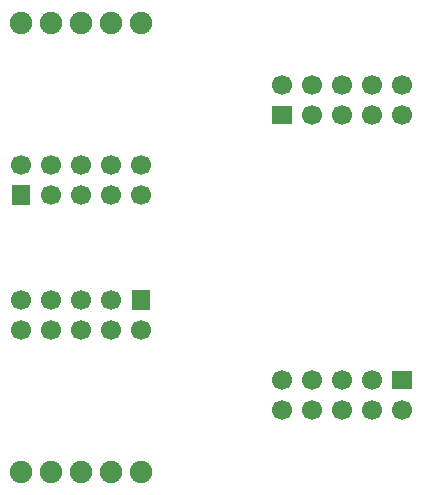
<source format=gts>
G04 #@! TF.GenerationSoftware,KiCad,Pcbnew,8.0.7*
G04 #@! TF.CreationDate,2025-01-23T12:20:57+00:00*
G04 #@! TF.ProjectId,NB3_eye,4e42335f-6579-4652-9e6b-696361645f70,0.0.1*
G04 #@! TF.SameCoordinates,PX56c8cc0PY67f3540*
G04 #@! TF.FileFunction,Soldermask,Top*
G04 #@! TF.FilePolarity,Negative*
%FSLAX46Y46*%
G04 Gerber Fmt 4.6, Leading zero omitted, Abs format (unit mm)*
G04 Created by KiCad (PCBNEW 8.0.7) date 2025-01-23 12:20:57*
%MOMM*%
%LPD*%
G01*
G04 APERTURE LIST*
%ADD10C,1.900000*%
%ADD11R,1.574803X1.700000*%
%ADD12C,1.700000*%
%ADD13R,1.700000X1.574803*%
G04 APERTURE END LIST*
D10*
X6919990Y-19000000D03*
X9459995Y-19000000D03*
X12000000Y-19000000D03*
X14540005Y-19000000D03*
X17080010Y-19000000D03*
X17080010Y19000000D03*
X14540005Y19000000D03*
X12000000Y19000000D03*
X9459995Y19000000D03*
X6919990Y19000000D03*
D11*
X6919990Y4459994D03*
D12*
X6919990Y7000000D03*
X9459995Y4459994D03*
X9459995Y7000000D03*
X12000000Y4459994D03*
X12000000Y7000000D03*
X14540005Y4459994D03*
X14540005Y7000000D03*
X17080010Y4459994D03*
X17080010Y7000000D03*
D13*
X29000000Y11250000D03*
D12*
X29000000Y13790006D03*
X31540005Y11250000D03*
X31540005Y13790006D03*
X34080010Y11250000D03*
X34080010Y13790006D03*
X36620015Y11250000D03*
X36620015Y13790006D03*
X39160020Y11250000D03*
X39160020Y13790006D03*
D11*
X17080010Y-4459994D03*
D12*
X17080010Y-7000000D03*
X14540005Y-4459994D03*
X14540005Y-7000000D03*
X12000000Y-4459994D03*
X12000000Y-7000000D03*
X9459995Y-4459994D03*
X9459995Y-7000000D03*
X6919990Y-4459994D03*
X6919990Y-7000000D03*
D13*
X39160020Y-11250000D03*
D12*
X39160020Y-13790006D03*
X36620015Y-11250000D03*
X36620015Y-13790006D03*
X34080010Y-11250000D03*
X34080010Y-13790006D03*
X31540005Y-11250000D03*
X31540005Y-13790006D03*
X29000000Y-11250000D03*
X29000000Y-13790006D03*
M02*

</source>
